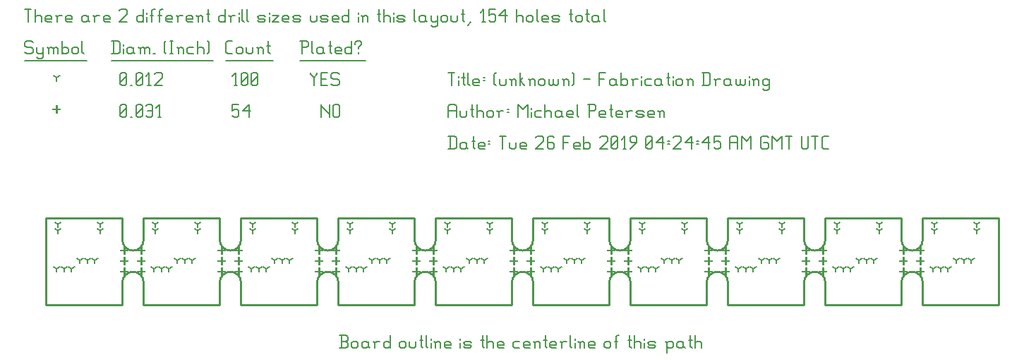
<source format=gbr>
G04 start of page 13 for group -3984 idx -3984 *
G04 Title: (unknown), fab *
G04 Creator: pcb 20140316 *
G04 CreationDate: Tue 26 Feb 2019 04:24:45 AM GMT UTC *
G04 For: railfan *
G04 Format: Gerber/RS-274X *
G04 PCB-Dimensions (mil): 4700.00 620.00 *
G04 PCB-Coordinate-Origin: lower left *
%MOIN*%
%FSLAX25Y25*%
%LNFAB*%
%ADD55C,0.0100*%
%ADD54C,0.0060*%
%ADD53R,0.0080X0.0080*%
G54D53*X55000Y38100D02*Y34900D01*
X53400Y36500D02*X56600D01*
X55000Y28100D02*Y24900D01*
X53400Y26500D02*X56600D01*
X55000Y33100D02*Y29900D01*
X53400Y31500D02*X56600D01*
X47000Y38100D02*Y34900D01*
X45400Y36500D02*X48600D01*
X47000Y33100D02*Y29900D01*
X45400Y31500D02*X48600D01*
X47000Y28100D02*Y24900D01*
X45400Y26500D02*X48600D01*
X101000Y38100D02*Y34900D01*
X99400Y36500D02*X102600D01*
X101000Y28100D02*Y24900D01*
X99400Y26500D02*X102600D01*
X101000Y33100D02*Y29900D01*
X99400Y31500D02*X102600D01*
X93000Y38100D02*Y34900D01*
X91400Y36500D02*X94600D01*
X93000Y33100D02*Y29900D01*
X91400Y31500D02*X94600D01*
X93000Y28100D02*Y24900D01*
X91400Y26500D02*X94600D01*
X147000Y38100D02*Y34900D01*
X145400Y36500D02*X148600D01*
X147000Y28100D02*Y24900D01*
X145400Y26500D02*X148600D01*
X147000Y33100D02*Y29900D01*
X145400Y31500D02*X148600D01*
X139000Y38100D02*Y34900D01*
X137400Y36500D02*X140600D01*
X139000Y33100D02*Y29900D01*
X137400Y31500D02*X140600D01*
X139000Y28100D02*Y24900D01*
X137400Y26500D02*X140600D01*
X193000Y38100D02*Y34900D01*
X191400Y36500D02*X194600D01*
X193000Y28100D02*Y24900D01*
X191400Y26500D02*X194600D01*
X193000Y33100D02*Y29900D01*
X191400Y31500D02*X194600D01*
X185000Y38100D02*Y34900D01*
X183400Y36500D02*X186600D01*
X185000Y33100D02*Y29900D01*
X183400Y31500D02*X186600D01*
X185000Y28100D02*Y24900D01*
X183400Y26500D02*X186600D01*
X239000Y38100D02*Y34900D01*
X237400Y36500D02*X240600D01*
X239000Y28100D02*Y24900D01*
X237400Y26500D02*X240600D01*
X239000Y33100D02*Y29900D01*
X237400Y31500D02*X240600D01*
X231000Y38100D02*Y34900D01*
X229400Y36500D02*X232600D01*
X231000Y33100D02*Y29900D01*
X229400Y31500D02*X232600D01*
X231000Y28100D02*Y24900D01*
X229400Y26500D02*X232600D01*
X285000Y38100D02*Y34900D01*
X283400Y36500D02*X286600D01*
X285000Y28100D02*Y24900D01*
X283400Y26500D02*X286600D01*
X285000Y33100D02*Y29900D01*
X283400Y31500D02*X286600D01*
X277000Y38100D02*Y34900D01*
X275400Y36500D02*X278600D01*
X277000Y33100D02*Y29900D01*
X275400Y31500D02*X278600D01*
X277000Y28100D02*Y24900D01*
X275400Y26500D02*X278600D01*
X331000Y38100D02*Y34900D01*
X329400Y36500D02*X332600D01*
X331000Y28100D02*Y24900D01*
X329400Y26500D02*X332600D01*
X331000Y33100D02*Y29900D01*
X329400Y31500D02*X332600D01*
X323000Y38100D02*Y34900D01*
X321400Y36500D02*X324600D01*
X323000Y33100D02*Y29900D01*
X321400Y31500D02*X324600D01*
X323000Y28100D02*Y24900D01*
X321400Y26500D02*X324600D01*
X377000Y38100D02*Y34900D01*
X375400Y36500D02*X378600D01*
X377000Y28100D02*Y24900D01*
X375400Y26500D02*X378600D01*
X377000Y33100D02*Y29900D01*
X375400Y31500D02*X378600D01*
X369000Y38100D02*Y34900D01*
X367400Y36500D02*X370600D01*
X369000Y33100D02*Y29900D01*
X367400Y31500D02*X370600D01*
X369000Y28100D02*Y24900D01*
X367400Y26500D02*X370600D01*
X423000Y38100D02*Y34900D01*
X421400Y36500D02*X424600D01*
X423000Y28100D02*Y24900D01*
X421400Y26500D02*X424600D01*
X423000Y33100D02*Y29900D01*
X421400Y31500D02*X424600D01*
X415000Y38100D02*Y34900D01*
X413400Y36500D02*X416600D01*
X415000Y33100D02*Y29900D01*
X413400Y31500D02*X416600D01*
X415000Y28100D02*Y24900D01*
X413400Y26500D02*X416600D01*
X15000Y104850D02*Y101650D01*
X13400Y103250D02*X16600D01*
G54D54*X140000Y105500D02*Y99500D01*
Y105500D02*Y104750D01*
X143750Y101000D01*
Y105500D02*Y99500D01*
X145550Y104750D02*Y100250D01*
Y104750D02*X146300Y105500D01*
X147800D01*
X148550Y104750D01*
Y100250D01*
X147800Y99500D02*X148550Y100250D01*
X146300Y99500D02*X147800D01*
X145550Y100250D02*X146300Y99500D01*
X98000Y105500D02*X101000D01*
X98000D02*Y102500D01*
X98750Y103250D01*
X100250D01*
X101000Y102500D01*
Y100250D01*
X100250Y99500D02*X101000Y100250D01*
X98750Y99500D02*X100250D01*
X98000Y100250D02*X98750Y99500D01*
X102800Y102500D02*X105800Y105500D01*
X102800Y102500D02*X106550D01*
X105800Y105500D02*Y99500D01*
X45000Y100250D02*X45750Y99500D01*
X45000Y104750D02*Y100250D01*
Y104750D02*X45750Y105500D01*
X47250D01*
X48000Y104750D01*
Y100250D01*
X47250Y99500D02*X48000Y100250D01*
X45750Y99500D02*X47250D01*
X45000Y101000D02*X48000Y104000D01*
X49800Y99500D02*X50550D01*
X52350Y100250D02*X53100Y99500D01*
X52350Y104750D02*Y100250D01*
Y104750D02*X53100Y105500D01*
X54600D01*
X55350Y104750D01*
Y100250D01*
X54600Y99500D02*X55350Y100250D01*
X53100Y99500D02*X54600D01*
X52350Y101000D02*X55350Y104000D01*
X57150Y104750D02*X57900Y105500D01*
X59400D01*
X60150Y104750D01*
Y100250D01*
X59400Y99500D02*X60150Y100250D01*
X57900Y99500D02*X59400D01*
X57150Y100250D02*X57900Y99500D01*
Y102500D02*X60150D01*
X62700Y99500D02*X64200D01*
X63450Y105500D02*Y99500D01*
X61950Y104000D02*X63450Y105500D01*
X35500Y49000D02*Y47400D01*
Y49000D02*X36887Y49800D01*
X35500Y49000D02*X34113Y49800D01*
X35500Y46000D02*Y44400D01*
Y46000D02*X36887Y46800D01*
X35500Y46000D02*X34113Y46800D01*
X15500Y49000D02*Y47400D01*
Y49000D02*X16887Y49800D01*
X15500Y49000D02*X14113Y49800D01*
X15500Y46000D02*Y44400D01*
Y46000D02*X16887Y46800D01*
X15500Y46000D02*X14113Y46800D01*
X15000Y28000D02*Y26400D01*
Y28000D02*X16387Y28800D01*
X15000Y28000D02*X13613Y28800D01*
X18500Y28000D02*Y26400D01*
Y28000D02*X19887Y28800D01*
X18500Y28000D02*X17113Y28800D01*
X22000Y28000D02*Y26400D01*
Y28000D02*X23387Y28800D01*
X22000Y28000D02*X20613Y28800D01*
X26000Y32000D02*Y30400D01*
Y32000D02*X27387Y32800D01*
X26000Y32000D02*X24613Y32800D01*
X29500Y32000D02*Y30400D01*
Y32000D02*X30887Y32800D01*
X29500Y32000D02*X28113Y32800D01*
X33000Y32000D02*Y30400D01*
Y32000D02*X34387Y32800D01*
X33000Y32000D02*X31613Y32800D01*
X81500Y49000D02*Y47400D01*
Y49000D02*X82887Y49800D01*
X81500Y49000D02*X80113Y49800D01*
X81500Y46000D02*Y44400D01*
Y46000D02*X82887Y46800D01*
X81500Y46000D02*X80113Y46800D01*
X61500Y49000D02*Y47400D01*
Y49000D02*X62887Y49800D01*
X61500Y49000D02*X60113Y49800D01*
X61500Y46000D02*Y44400D01*
Y46000D02*X62887Y46800D01*
X61500Y46000D02*X60113Y46800D01*
X61000Y28000D02*Y26400D01*
Y28000D02*X62387Y28800D01*
X61000Y28000D02*X59613Y28800D01*
X64500Y28000D02*Y26400D01*
Y28000D02*X65887Y28800D01*
X64500Y28000D02*X63113Y28800D01*
X68000Y28000D02*Y26400D01*
Y28000D02*X69387Y28800D01*
X68000Y28000D02*X66613Y28800D01*
X72000Y32000D02*Y30400D01*
Y32000D02*X73387Y32800D01*
X72000Y32000D02*X70613Y32800D01*
X75500Y32000D02*Y30400D01*
Y32000D02*X76887Y32800D01*
X75500Y32000D02*X74113Y32800D01*
X79000Y32000D02*Y30400D01*
Y32000D02*X80387Y32800D01*
X79000Y32000D02*X77613Y32800D01*
X127500Y49000D02*Y47400D01*
Y49000D02*X128887Y49800D01*
X127500Y49000D02*X126113Y49800D01*
X127500Y46000D02*Y44400D01*
Y46000D02*X128887Y46800D01*
X127500Y46000D02*X126113Y46800D01*
X107500Y49000D02*Y47400D01*
Y49000D02*X108887Y49800D01*
X107500Y49000D02*X106113Y49800D01*
X107500Y46000D02*Y44400D01*
Y46000D02*X108887Y46800D01*
X107500Y46000D02*X106113Y46800D01*
X107000Y28000D02*Y26400D01*
Y28000D02*X108387Y28800D01*
X107000Y28000D02*X105613Y28800D01*
X110500Y28000D02*Y26400D01*
Y28000D02*X111887Y28800D01*
X110500Y28000D02*X109113Y28800D01*
X114000Y28000D02*Y26400D01*
Y28000D02*X115387Y28800D01*
X114000Y28000D02*X112613Y28800D01*
X118000Y32000D02*Y30400D01*
Y32000D02*X119387Y32800D01*
X118000Y32000D02*X116613Y32800D01*
X121500Y32000D02*Y30400D01*
Y32000D02*X122887Y32800D01*
X121500Y32000D02*X120113Y32800D01*
X125000Y32000D02*Y30400D01*
Y32000D02*X126387Y32800D01*
X125000Y32000D02*X123613Y32800D01*
X173500Y49000D02*Y47400D01*
Y49000D02*X174887Y49800D01*
X173500Y49000D02*X172113Y49800D01*
X173500Y46000D02*Y44400D01*
Y46000D02*X174887Y46800D01*
X173500Y46000D02*X172113Y46800D01*
X153500Y49000D02*Y47400D01*
Y49000D02*X154887Y49800D01*
X153500Y49000D02*X152113Y49800D01*
X153500Y46000D02*Y44400D01*
Y46000D02*X154887Y46800D01*
X153500Y46000D02*X152113Y46800D01*
X153000Y28000D02*Y26400D01*
Y28000D02*X154387Y28800D01*
X153000Y28000D02*X151613Y28800D01*
X156500Y28000D02*Y26400D01*
Y28000D02*X157887Y28800D01*
X156500Y28000D02*X155113Y28800D01*
X160000Y28000D02*Y26400D01*
Y28000D02*X161387Y28800D01*
X160000Y28000D02*X158613Y28800D01*
X164000Y32000D02*Y30400D01*
Y32000D02*X165387Y32800D01*
X164000Y32000D02*X162613Y32800D01*
X167500Y32000D02*Y30400D01*
Y32000D02*X168887Y32800D01*
X167500Y32000D02*X166113Y32800D01*
X171000Y32000D02*Y30400D01*
Y32000D02*X172387Y32800D01*
X171000Y32000D02*X169613Y32800D01*
X219500Y49000D02*Y47400D01*
Y49000D02*X220887Y49800D01*
X219500Y49000D02*X218113Y49800D01*
X219500Y46000D02*Y44400D01*
Y46000D02*X220887Y46800D01*
X219500Y46000D02*X218113Y46800D01*
X199500Y49000D02*Y47400D01*
Y49000D02*X200887Y49800D01*
X199500Y49000D02*X198113Y49800D01*
X199500Y46000D02*Y44400D01*
Y46000D02*X200887Y46800D01*
X199500Y46000D02*X198113Y46800D01*
X199000Y28000D02*Y26400D01*
Y28000D02*X200387Y28800D01*
X199000Y28000D02*X197613Y28800D01*
X202500Y28000D02*Y26400D01*
Y28000D02*X203887Y28800D01*
X202500Y28000D02*X201113Y28800D01*
X206000Y28000D02*Y26400D01*
Y28000D02*X207387Y28800D01*
X206000Y28000D02*X204613Y28800D01*
X210000Y32000D02*Y30400D01*
Y32000D02*X211387Y32800D01*
X210000Y32000D02*X208613Y32800D01*
X213500Y32000D02*Y30400D01*
Y32000D02*X214887Y32800D01*
X213500Y32000D02*X212113Y32800D01*
X217000Y32000D02*Y30400D01*
Y32000D02*X218387Y32800D01*
X217000Y32000D02*X215613Y32800D01*
X265500Y49000D02*Y47400D01*
Y49000D02*X266887Y49800D01*
X265500Y49000D02*X264113Y49800D01*
X265500Y46000D02*Y44400D01*
Y46000D02*X266887Y46800D01*
X265500Y46000D02*X264113Y46800D01*
X245500Y49000D02*Y47400D01*
Y49000D02*X246887Y49800D01*
X245500Y49000D02*X244113Y49800D01*
X245500Y46000D02*Y44400D01*
Y46000D02*X246887Y46800D01*
X245500Y46000D02*X244113Y46800D01*
X245000Y28000D02*Y26400D01*
Y28000D02*X246387Y28800D01*
X245000Y28000D02*X243613Y28800D01*
X248500Y28000D02*Y26400D01*
Y28000D02*X249887Y28800D01*
X248500Y28000D02*X247113Y28800D01*
X252000Y28000D02*Y26400D01*
Y28000D02*X253387Y28800D01*
X252000Y28000D02*X250613Y28800D01*
X256000Y32000D02*Y30400D01*
Y32000D02*X257387Y32800D01*
X256000Y32000D02*X254613Y32800D01*
X259500Y32000D02*Y30400D01*
Y32000D02*X260887Y32800D01*
X259500Y32000D02*X258113Y32800D01*
X263000Y32000D02*Y30400D01*
Y32000D02*X264387Y32800D01*
X263000Y32000D02*X261613Y32800D01*
X311500Y49000D02*Y47400D01*
Y49000D02*X312887Y49800D01*
X311500Y49000D02*X310113Y49800D01*
X311500Y46000D02*Y44400D01*
Y46000D02*X312887Y46800D01*
X311500Y46000D02*X310113Y46800D01*
X291500Y49000D02*Y47400D01*
Y49000D02*X292887Y49800D01*
X291500Y49000D02*X290113Y49800D01*
X291500Y46000D02*Y44400D01*
Y46000D02*X292887Y46800D01*
X291500Y46000D02*X290113Y46800D01*
X291000Y28000D02*Y26400D01*
Y28000D02*X292387Y28800D01*
X291000Y28000D02*X289613Y28800D01*
X294500Y28000D02*Y26400D01*
Y28000D02*X295887Y28800D01*
X294500Y28000D02*X293113Y28800D01*
X298000Y28000D02*Y26400D01*
Y28000D02*X299387Y28800D01*
X298000Y28000D02*X296613Y28800D01*
X302000Y32000D02*Y30400D01*
Y32000D02*X303387Y32800D01*
X302000Y32000D02*X300613Y32800D01*
X305500Y32000D02*Y30400D01*
Y32000D02*X306887Y32800D01*
X305500Y32000D02*X304113Y32800D01*
X309000Y32000D02*Y30400D01*
Y32000D02*X310387Y32800D01*
X309000Y32000D02*X307613Y32800D01*
X357500Y49000D02*Y47400D01*
Y49000D02*X358887Y49800D01*
X357500Y49000D02*X356113Y49800D01*
X357500Y46000D02*Y44400D01*
Y46000D02*X358887Y46800D01*
X357500Y46000D02*X356113Y46800D01*
X337500Y49000D02*Y47400D01*
Y49000D02*X338887Y49800D01*
X337500Y49000D02*X336113Y49800D01*
X337500Y46000D02*Y44400D01*
Y46000D02*X338887Y46800D01*
X337500Y46000D02*X336113Y46800D01*
X337000Y28000D02*Y26400D01*
Y28000D02*X338387Y28800D01*
X337000Y28000D02*X335613Y28800D01*
X340500Y28000D02*Y26400D01*
Y28000D02*X341887Y28800D01*
X340500Y28000D02*X339113Y28800D01*
X344000Y28000D02*Y26400D01*
Y28000D02*X345387Y28800D01*
X344000Y28000D02*X342613Y28800D01*
X348000Y32000D02*Y30400D01*
Y32000D02*X349387Y32800D01*
X348000Y32000D02*X346613Y32800D01*
X351500Y32000D02*Y30400D01*
Y32000D02*X352887Y32800D01*
X351500Y32000D02*X350113Y32800D01*
X355000Y32000D02*Y30400D01*
Y32000D02*X356387Y32800D01*
X355000Y32000D02*X353613Y32800D01*
X403500Y49000D02*Y47400D01*
Y49000D02*X404887Y49800D01*
X403500Y49000D02*X402113Y49800D01*
X403500Y46000D02*Y44400D01*
Y46000D02*X404887Y46800D01*
X403500Y46000D02*X402113Y46800D01*
X383500Y49000D02*Y47400D01*
Y49000D02*X384887Y49800D01*
X383500Y49000D02*X382113Y49800D01*
X383500Y46000D02*Y44400D01*
Y46000D02*X384887Y46800D01*
X383500Y46000D02*X382113Y46800D01*
X383000Y28000D02*Y26400D01*
Y28000D02*X384387Y28800D01*
X383000Y28000D02*X381613Y28800D01*
X386500Y28000D02*Y26400D01*
Y28000D02*X387887Y28800D01*
X386500Y28000D02*X385113Y28800D01*
X390000Y28000D02*Y26400D01*
Y28000D02*X391387Y28800D01*
X390000Y28000D02*X388613Y28800D01*
X394000Y32000D02*Y30400D01*
Y32000D02*X395387Y32800D01*
X394000Y32000D02*X392613Y32800D01*
X397500Y32000D02*Y30400D01*
Y32000D02*X398887Y32800D01*
X397500Y32000D02*X396113Y32800D01*
X401000Y32000D02*Y30400D01*
Y32000D02*X402387Y32800D01*
X401000Y32000D02*X399613Y32800D01*
X449500Y49000D02*Y47400D01*
Y49000D02*X450887Y49800D01*
X449500Y49000D02*X448113Y49800D01*
X449500Y46000D02*Y44400D01*
Y46000D02*X450887Y46800D01*
X449500Y46000D02*X448113Y46800D01*
X429500Y49000D02*Y47400D01*
Y49000D02*X430887Y49800D01*
X429500Y49000D02*X428113Y49800D01*
X429500Y46000D02*Y44400D01*
Y46000D02*X430887Y46800D01*
X429500Y46000D02*X428113Y46800D01*
X429000Y28000D02*Y26400D01*
Y28000D02*X430387Y28800D01*
X429000Y28000D02*X427613Y28800D01*
X432500Y28000D02*Y26400D01*
Y28000D02*X433887Y28800D01*
X432500Y28000D02*X431113Y28800D01*
X436000Y28000D02*Y26400D01*
Y28000D02*X437387Y28800D01*
X436000Y28000D02*X434613Y28800D01*
X440000Y32000D02*Y30400D01*
Y32000D02*X441387Y32800D01*
X440000Y32000D02*X438613Y32800D01*
X443500Y32000D02*Y30400D01*
Y32000D02*X444887Y32800D01*
X443500Y32000D02*X442113Y32800D01*
X447000Y32000D02*Y30400D01*
Y32000D02*X448387Y32800D01*
X447000Y32000D02*X445613Y32800D01*
X15000Y118250D02*Y116650D01*
Y118250D02*X16387Y119050D01*
X15000Y118250D02*X13613Y119050D01*
X135000Y120500D02*Y119750D01*
X136500Y118250D01*
X138000Y119750D01*
Y120500D02*Y119750D01*
X136500Y118250D02*Y114500D01*
X139800Y117500D02*X142050D01*
X139800Y114500D02*X142800D01*
X139800Y120500D02*Y114500D01*
Y120500D02*X142800D01*
X147600D02*X148350Y119750D01*
X145350Y120500D02*X147600D01*
X144600Y119750D02*X145350Y120500D01*
X144600Y119750D02*Y118250D01*
X145350Y117500D01*
X147600D01*
X148350Y116750D01*
Y115250D01*
X147600Y114500D02*X148350Y115250D01*
X145350Y114500D02*X147600D01*
X144600Y115250D02*X145350Y114500D01*
X98750D02*X100250D01*
X99500Y120500D02*Y114500D01*
X98000Y119000D02*X99500Y120500D01*
X102050Y115250D02*X102800Y114500D01*
X102050Y119750D02*Y115250D01*
Y119750D02*X102800Y120500D01*
X104300D01*
X105050Y119750D01*
Y115250D01*
X104300Y114500D02*X105050Y115250D01*
X102800Y114500D02*X104300D01*
X102050Y116000D02*X105050Y119000D01*
X106850Y115250D02*X107600Y114500D01*
X106850Y119750D02*Y115250D01*
Y119750D02*X107600Y120500D01*
X109100D01*
X109850Y119750D01*
Y115250D01*
X109100Y114500D02*X109850Y115250D01*
X107600Y114500D02*X109100D01*
X106850Y116000D02*X109850Y119000D01*
X45000Y115250D02*X45750Y114500D01*
X45000Y119750D02*Y115250D01*
Y119750D02*X45750Y120500D01*
X47250D01*
X48000Y119750D01*
Y115250D01*
X47250Y114500D02*X48000Y115250D01*
X45750Y114500D02*X47250D01*
X45000Y116000D02*X48000Y119000D01*
X49800Y114500D02*X50550D01*
X52350Y115250D02*X53100Y114500D01*
X52350Y119750D02*Y115250D01*
Y119750D02*X53100Y120500D01*
X54600D01*
X55350Y119750D01*
Y115250D01*
X54600Y114500D02*X55350Y115250D01*
X53100Y114500D02*X54600D01*
X52350Y116000D02*X55350Y119000D01*
X57900Y114500D02*X59400D01*
X58650Y120500D02*Y114500D01*
X57150Y119000D02*X58650Y120500D01*
X61200Y119750D02*X61950Y120500D01*
X64200D01*
X64950Y119750D01*
Y118250D01*
X61200Y114500D02*X64950Y118250D01*
X61200Y114500D02*X64950D01*
X3000Y135500D02*X3750Y134750D01*
X750Y135500D02*X3000D01*
X0Y134750D02*X750Y135500D01*
X0Y134750D02*Y133250D01*
X750Y132500D01*
X3000D01*
X3750Y131750D01*
Y130250D01*
X3000Y129500D02*X3750Y130250D01*
X750Y129500D02*X3000D01*
X0Y130250D02*X750Y129500D01*
X5550Y132500D02*Y130250D01*
X6300Y129500D01*
X8550Y132500D02*Y128000D01*
X7800Y127250D02*X8550Y128000D01*
X6300Y127250D02*X7800D01*
X5550Y128000D02*X6300Y127250D01*
Y129500D02*X7800D01*
X8550Y130250D01*
X11100Y131750D02*Y129500D01*
Y131750D02*X11850Y132500D01*
X12600D01*
X13350Y131750D01*
Y129500D01*
Y131750D02*X14100Y132500D01*
X14850D01*
X15600Y131750D01*
Y129500D01*
X10350Y132500D02*X11100Y131750D01*
X17400Y135500D02*Y129500D01*
Y130250D02*X18150Y129500D01*
X19650D01*
X20400Y130250D01*
Y131750D02*Y130250D01*
X19650Y132500D02*X20400Y131750D01*
X18150Y132500D02*X19650D01*
X17400Y131750D02*X18150Y132500D01*
X22200Y131750D02*Y130250D01*
Y131750D02*X22950Y132500D01*
X24450D01*
X25200Y131750D01*
Y130250D01*
X24450Y129500D02*X25200Y130250D01*
X22950Y129500D02*X24450D01*
X22200Y130250D02*X22950Y129500D01*
X27000Y135500D02*Y130250D01*
X27750Y129500D01*
X0Y126250D02*X29250D01*
X41750Y135500D02*Y129500D01*
X44000Y135500D02*X44750Y134750D01*
Y130250D01*
X44000Y129500D02*X44750Y130250D01*
X41000Y129500D02*X44000D01*
X41000Y135500D02*X44000D01*
X46550Y134000D02*Y133250D01*
Y131750D02*Y129500D01*
X50300Y132500D02*X51050Y131750D01*
X48800Y132500D02*X50300D01*
X48050Y131750D02*X48800Y132500D01*
X48050Y131750D02*Y130250D01*
X48800Y129500D01*
X51050Y132500D02*Y130250D01*
X51800Y129500D01*
X48800D02*X50300D01*
X51050Y130250D01*
X54350Y131750D02*Y129500D01*
Y131750D02*X55100Y132500D01*
X55850D01*
X56600Y131750D01*
Y129500D01*
Y131750D02*X57350Y132500D01*
X58100D01*
X58850Y131750D01*
Y129500D01*
X53600Y132500D02*X54350Y131750D01*
X60650Y129500D02*X61400D01*
X65900Y130250D02*X66650Y129500D01*
X65900Y134750D02*X66650Y135500D01*
X65900Y134750D02*Y130250D01*
X68450Y135500D02*X69950D01*
X69200D02*Y129500D01*
X68450D02*X69950D01*
X72500Y131750D02*Y129500D01*
Y131750D02*X73250Y132500D01*
X74000D01*
X74750Y131750D01*
Y129500D01*
X71750Y132500D02*X72500Y131750D01*
X77300Y132500D02*X79550D01*
X76550Y131750D02*X77300Y132500D01*
X76550Y131750D02*Y130250D01*
X77300Y129500D01*
X79550D01*
X81350Y135500D02*Y129500D01*
Y131750D02*X82100Y132500D01*
X83600D01*
X84350Y131750D01*
Y129500D01*
X86150Y135500D02*X86900Y134750D01*
Y130250D01*
X86150Y129500D02*X86900Y130250D01*
X41000Y126250D02*X88700D01*
X95750Y129500D02*X98000D01*
X95000Y130250D02*X95750Y129500D01*
X95000Y134750D02*Y130250D01*
Y134750D02*X95750Y135500D01*
X98000D01*
X99800Y131750D02*Y130250D01*
Y131750D02*X100550Y132500D01*
X102050D01*
X102800Y131750D01*
Y130250D01*
X102050Y129500D02*X102800Y130250D01*
X100550Y129500D02*X102050D01*
X99800Y130250D02*X100550Y129500D01*
X104600Y132500D02*Y130250D01*
X105350Y129500D01*
X106850D01*
X107600Y130250D01*
Y132500D02*Y130250D01*
X110150Y131750D02*Y129500D01*
Y131750D02*X110900Y132500D01*
X111650D01*
X112400Y131750D01*
Y129500D01*
X109400Y132500D02*X110150Y131750D01*
X114950Y135500D02*Y130250D01*
X115700Y129500D01*
X114200Y133250D02*X115700D01*
X95000Y126250D02*X117200D01*
X130750Y135500D02*Y129500D01*
X130000Y135500D02*X133000D01*
X133750Y134750D01*
Y133250D01*
X133000Y132500D02*X133750Y133250D01*
X130750Y132500D02*X133000D01*
X135550Y135500D02*Y130250D01*
X136300Y129500D01*
X140050Y132500D02*X140800Y131750D01*
X138550Y132500D02*X140050D01*
X137800Y131750D02*X138550Y132500D01*
X137800Y131750D02*Y130250D01*
X138550Y129500D01*
X140800Y132500D02*Y130250D01*
X141550Y129500D01*
X138550D02*X140050D01*
X140800Y130250D01*
X144100Y135500D02*Y130250D01*
X144850Y129500D01*
X143350Y133250D02*X144850D01*
X147100Y129500D02*X149350D01*
X146350Y130250D02*X147100Y129500D01*
X146350Y131750D02*Y130250D01*
Y131750D02*X147100Y132500D01*
X148600D01*
X149350Y131750D01*
X146350Y131000D02*X149350D01*
Y131750D02*Y131000D01*
X154150Y135500D02*Y129500D01*
X153400D02*X154150Y130250D01*
X151900Y129500D02*X153400D01*
X151150Y130250D02*X151900Y129500D01*
X151150Y131750D02*Y130250D01*
Y131750D02*X151900Y132500D01*
X153400D01*
X154150Y131750D01*
X157450Y132500D02*Y131750D01*
Y130250D02*Y129500D01*
X155950Y134750D02*Y134000D01*
Y134750D02*X156700Y135500D01*
X158200D01*
X158950Y134750D01*
Y134000D01*
X157450Y132500D02*X158950Y134000D01*
X130000Y126250D02*X160750D01*
X0Y150500D02*X3000D01*
X1500D02*Y144500D01*
X4800Y150500D02*Y144500D01*
Y146750D02*X5550Y147500D01*
X7050D01*
X7800Y146750D01*
Y144500D01*
X10350D02*X12600D01*
X9600Y145250D02*X10350Y144500D01*
X9600Y146750D02*Y145250D01*
Y146750D02*X10350Y147500D01*
X11850D01*
X12600Y146750D01*
X9600Y146000D02*X12600D01*
Y146750D02*Y146000D01*
X15150Y146750D02*Y144500D01*
Y146750D02*X15900Y147500D01*
X17400D01*
X14400D02*X15150Y146750D01*
X19950Y144500D02*X22200D01*
X19200Y145250D02*X19950Y144500D01*
X19200Y146750D02*Y145250D01*
Y146750D02*X19950Y147500D01*
X21450D01*
X22200Y146750D01*
X19200Y146000D02*X22200D01*
Y146750D02*Y146000D01*
X28950Y147500D02*X29700Y146750D01*
X27450Y147500D02*X28950D01*
X26700Y146750D02*X27450Y147500D01*
X26700Y146750D02*Y145250D01*
X27450Y144500D01*
X29700Y147500D02*Y145250D01*
X30450Y144500D01*
X27450D02*X28950D01*
X29700Y145250D01*
X33000Y146750D02*Y144500D01*
Y146750D02*X33750Y147500D01*
X35250D01*
X32250D02*X33000Y146750D01*
X37800Y144500D02*X40050D01*
X37050Y145250D02*X37800Y144500D01*
X37050Y146750D02*Y145250D01*
Y146750D02*X37800Y147500D01*
X39300D01*
X40050Y146750D01*
X37050Y146000D02*X40050D01*
Y146750D02*Y146000D01*
X44550Y149750D02*X45300Y150500D01*
X47550D01*
X48300Y149750D01*
Y148250D01*
X44550Y144500D02*X48300Y148250D01*
X44550Y144500D02*X48300D01*
X55800Y150500D02*Y144500D01*
X55050D02*X55800Y145250D01*
X53550Y144500D02*X55050D01*
X52800Y145250D02*X53550Y144500D01*
X52800Y146750D02*Y145250D01*
Y146750D02*X53550Y147500D01*
X55050D01*
X55800Y146750D01*
X57600Y149000D02*Y148250D01*
Y146750D02*Y144500D01*
X59850Y149750D02*Y144500D01*
Y149750D02*X60600Y150500D01*
X61350D01*
X59100Y147500D02*X60600D01*
X63600Y149750D02*Y144500D01*
Y149750D02*X64350Y150500D01*
X65100D01*
X62850Y147500D02*X64350D01*
X67350Y144500D02*X69600D01*
X66600Y145250D02*X67350Y144500D01*
X66600Y146750D02*Y145250D01*
Y146750D02*X67350Y147500D01*
X68850D01*
X69600Y146750D01*
X66600Y146000D02*X69600D01*
Y146750D02*Y146000D01*
X72150Y146750D02*Y144500D01*
Y146750D02*X72900Y147500D01*
X74400D01*
X71400D02*X72150Y146750D01*
X76950Y144500D02*X79200D01*
X76200Y145250D02*X76950Y144500D01*
X76200Y146750D02*Y145250D01*
Y146750D02*X76950Y147500D01*
X78450D01*
X79200Y146750D01*
X76200Y146000D02*X79200D01*
Y146750D02*Y146000D01*
X81750Y146750D02*Y144500D01*
Y146750D02*X82500Y147500D01*
X83250D01*
X84000Y146750D01*
Y144500D01*
X81000Y147500D02*X81750Y146750D01*
X86550Y150500D02*Y145250D01*
X87300Y144500D01*
X85800Y148250D02*X87300D01*
X94500Y150500D02*Y144500D01*
X93750D02*X94500Y145250D01*
X92250Y144500D02*X93750D01*
X91500Y145250D02*X92250Y144500D01*
X91500Y146750D02*Y145250D01*
Y146750D02*X92250Y147500D01*
X93750D01*
X94500Y146750D01*
X97050D02*Y144500D01*
Y146750D02*X97800Y147500D01*
X99300D01*
X96300D02*X97050Y146750D01*
X101100Y149000D02*Y148250D01*
Y146750D02*Y144500D01*
X102600Y150500D02*Y145250D01*
X103350Y144500D01*
X104850Y150500D02*Y145250D01*
X105600Y144500D01*
X110550D02*X112800D01*
X113550Y145250D01*
X112800Y146000D02*X113550Y145250D01*
X110550Y146000D02*X112800D01*
X109800Y146750D02*X110550Y146000D01*
X109800Y146750D02*X110550Y147500D01*
X112800D01*
X113550Y146750D01*
X109800Y145250D02*X110550Y144500D01*
X115350Y149000D02*Y148250D01*
Y146750D02*Y144500D01*
X116850Y147500D02*X119850D01*
X116850Y144500D02*X119850Y147500D01*
X116850Y144500D02*X119850D01*
X122400D02*X124650D01*
X121650Y145250D02*X122400Y144500D01*
X121650Y146750D02*Y145250D01*
Y146750D02*X122400Y147500D01*
X123900D01*
X124650Y146750D01*
X121650Y146000D02*X124650D01*
Y146750D02*Y146000D01*
X127200Y144500D02*X129450D01*
X130200Y145250D01*
X129450Y146000D02*X130200Y145250D01*
X127200Y146000D02*X129450D01*
X126450Y146750D02*X127200Y146000D01*
X126450Y146750D02*X127200Y147500D01*
X129450D01*
X130200Y146750D01*
X126450Y145250D02*X127200Y144500D01*
X134700Y147500D02*Y145250D01*
X135450Y144500D01*
X136950D01*
X137700Y145250D01*
Y147500D02*Y145250D01*
X140250Y144500D02*X142500D01*
X143250Y145250D01*
X142500Y146000D02*X143250Y145250D01*
X140250Y146000D02*X142500D01*
X139500Y146750D02*X140250Y146000D01*
X139500Y146750D02*X140250Y147500D01*
X142500D01*
X143250Y146750D01*
X139500Y145250D02*X140250Y144500D01*
X145800D02*X148050D01*
X145050Y145250D02*X145800Y144500D01*
X145050Y146750D02*Y145250D01*
Y146750D02*X145800Y147500D01*
X147300D01*
X148050Y146750D01*
X145050Y146000D02*X148050D01*
Y146750D02*Y146000D01*
X152850Y150500D02*Y144500D01*
X152100D02*X152850Y145250D01*
X150600Y144500D02*X152100D01*
X149850Y145250D02*X150600Y144500D01*
X149850Y146750D02*Y145250D01*
Y146750D02*X150600Y147500D01*
X152100D01*
X152850Y146750D01*
X157350Y149000D02*Y148250D01*
Y146750D02*Y144500D01*
X159600Y146750D02*Y144500D01*
Y146750D02*X160350Y147500D01*
X161100D01*
X161850Y146750D01*
Y144500D01*
X158850Y147500D02*X159600Y146750D01*
X167100Y150500D02*Y145250D01*
X167850Y144500D01*
X166350Y148250D02*X167850D01*
X169350Y150500D02*Y144500D01*
Y146750D02*X170100Y147500D01*
X171600D01*
X172350Y146750D01*
Y144500D01*
X174150Y149000D02*Y148250D01*
Y146750D02*Y144500D01*
X176400D02*X178650D01*
X179400Y145250D01*
X178650Y146000D02*X179400Y145250D01*
X176400Y146000D02*X178650D01*
X175650Y146750D02*X176400Y146000D01*
X175650Y146750D02*X176400Y147500D01*
X178650D01*
X179400Y146750D01*
X175650Y145250D02*X176400Y144500D01*
X183900Y150500D02*Y145250D01*
X184650Y144500D01*
X188400Y147500D02*X189150Y146750D01*
X186900Y147500D02*X188400D01*
X186150Y146750D02*X186900Y147500D01*
X186150Y146750D02*Y145250D01*
X186900Y144500D01*
X189150Y147500D02*Y145250D01*
X189900Y144500D01*
X186900D02*X188400D01*
X189150Y145250D01*
X191700Y147500D02*Y145250D01*
X192450Y144500D01*
X194700Y147500D02*Y143000D01*
X193950Y142250D02*X194700Y143000D01*
X192450Y142250D02*X193950D01*
X191700Y143000D02*X192450Y142250D01*
Y144500D02*X193950D01*
X194700Y145250D01*
X196500Y146750D02*Y145250D01*
Y146750D02*X197250Y147500D01*
X198750D01*
X199500Y146750D01*
Y145250D01*
X198750Y144500D02*X199500Y145250D01*
X197250Y144500D02*X198750D01*
X196500Y145250D02*X197250Y144500D01*
X201300Y147500D02*Y145250D01*
X202050Y144500D01*
X203550D01*
X204300Y145250D01*
Y147500D02*Y145250D01*
X206850Y150500D02*Y145250D01*
X207600Y144500D01*
X206100Y148250D02*X207600D01*
X209100Y143000D02*X210600Y144500D01*
X215850D02*X217350D01*
X216600Y150500D02*Y144500D01*
X215100Y149000D02*X216600Y150500D01*
X219150D02*X222150D01*
X219150D02*Y147500D01*
X219900Y148250D01*
X221400D01*
X222150Y147500D01*
Y145250D01*
X221400Y144500D02*X222150Y145250D01*
X219900Y144500D02*X221400D01*
X219150Y145250D02*X219900Y144500D01*
X223950Y147500D02*X226950Y150500D01*
X223950Y147500D02*X227700D01*
X226950Y150500D02*Y144500D01*
X232200Y150500D02*Y144500D01*
Y146750D02*X232950Y147500D01*
X234450D01*
X235200Y146750D01*
Y144500D01*
X237000Y146750D02*Y145250D01*
Y146750D02*X237750Y147500D01*
X239250D01*
X240000Y146750D01*
Y145250D01*
X239250Y144500D02*X240000Y145250D01*
X237750Y144500D02*X239250D01*
X237000Y145250D02*X237750Y144500D01*
X241800Y150500D02*Y145250D01*
X242550Y144500D01*
X244800D02*X247050D01*
X244050Y145250D02*X244800Y144500D01*
X244050Y146750D02*Y145250D01*
Y146750D02*X244800Y147500D01*
X246300D01*
X247050Y146750D01*
X244050Y146000D02*X247050D01*
Y146750D02*Y146000D01*
X249600Y144500D02*X251850D01*
X252600Y145250D01*
X251850Y146000D02*X252600Y145250D01*
X249600Y146000D02*X251850D01*
X248850Y146750D02*X249600Y146000D01*
X248850Y146750D02*X249600Y147500D01*
X251850D01*
X252600Y146750D01*
X248850Y145250D02*X249600Y144500D01*
X257850Y150500D02*Y145250D01*
X258600Y144500D01*
X257100Y148250D02*X258600D01*
X260100Y146750D02*Y145250D01*
Y146750D02*X260850Y147500D01*
X262350D01*
X263100Y146750D01*
Y145250D01*
X262350Y144500D02*X263100Y145250D01*
X260850Y144500D02*X262350D01*
X260100Y145250D02*X260850Y144500D01*
X265650Y150500D02*Y145250D01*
X266400Y144500D01*
X264900Y148250D02*X266400D01*
X270150Y147500D02*X270900Y146750D01*
X268650Y147500D02*X270150D01*
X267900Y146750D02*X268650Y147500D01*
X267900Y146750D02*Y145250D01*
X268650Y144500D01*
X270900Y147500D02*Y145250D01*
X271650Y144500D01*
X268650D02*X270150D01*
X270900Y145250D01*
X273450Y150500D02*Y145250D01*
X274200Y144500D01*
G54D55*X10000Y52000D02*X46000D01*
Y11000D02*X10000D01*
Y52000D01*
X56000D02*X92000D01*
Y11000D02*X56000D01*
X46000D02*Y21500D01*
X56000D02*Y11000D01*
Y52000D02*Y41500D01*
X46000Y52000D02*Y41500D01*
X102000Y52000D02*X138000D01*
Y11000D02*X102000D01*
X92000D02*Y21500D01*
X102000D02*Y11000D01*
Y52000D02*Y41500D01*
X92000Y52000D02*Y41500D01*
X148000Y52000D02*X184000D01*
Y11000D02*X148000D01*
X138000D02*Y21500D01*
X148000D02*Y11000D01*
Y52000D02*Y41500D01*
X138000Y52000D02*Y41500D01*
X194000Y52000D02*X230000D01*
Y11000D02*X194000D01*
X184000D02*Y21500D01*
X194000D02*Y11000D01*
Y52000D02*Y41500D01*
X184000Y52000D02*Y41500D01*
X240000Y52000D02*X276000D01*
Y11000D02*X240000D01*
X230000D02*Y21500D01*
X240000D02*Y11000D01*
Y52000D02*Y41500D01*
X230000Y52000D02*Y41500D01*
X286000Y52000D02*X322000D01*
Y11000D02*X286000D01*
X276000D02*Y21500D01*
X286000D02*Y11000D01*
Y52000D02*Y41500D01*
X276000Y52000D02*Y41500D01*
X332000Y52000D02*X368000D01*
Y11000D02*X332000D01*
X322000D02*Y21500D01*
X332000D02*Y11000D01*
Y52000D02*Y41500D01*
X322000Y52000D02*Y41500D01*
X378000Y52000D02*X414000D01*
Y11000D02*X378000D01*
X368000D02*Y21500D01*
X378000D02*Y11000D01*
Y52000D02*Y41500D01*
X368000Y52000D02*Y41500D01*
X424000Y52000D02*X460000D01*
Y11000D02*X424000D01*
X414000D02*Y21500D01*
X424000D02*Y11000D01*
Y52000D02*Y41500D01*
X414000Y52000D02*Y41500D01*
X460000Y52000D02*Y11000D01*
X51000Y26500D02*G75*G03X46000Y21500I0J-5000D01*G01*
X51000Y26500D02*G75*G02X56000Y21500I0J-5000D01*G01*
X51000Y36500D02*G75*G02X46000Y41500I0J5000D01*G01*
X51000Y36500D02*G75*G03X56000Y41500I0J5000D01*G01*
X97000Y26500D02*G75*G03X92000Y21500I0J-5000D01*G01*
X97000Y26500D02*G75*G02X102000Y21500I0J-5000D01*G01*
X97000Y36500D02*G75*G02X92000Y41500I0J5000D01*G01*
X97000Y36500D02*G75*G03X102000Y41500I0J5000D01*G01*
X143000Y26500D02*G75*G03X138000Y21500I0J-5000D01*G01*
X143000Y26500D02*G75*G02X148000Y21500I0J-5000D01*G01*
X143000Y36500D02*G75*G02X138000Y41500I0J5000D01*G01*
X143000Y36500D02*G75*G03X148000Y41500I0J5000D01*G01*
X189000Y26500D02*G75*G03X184000Y21500I0J-5000D01*G01*
X189000Y26500D02*G75*G02X194000Y21500I0J-5000D01*G01*
X189000Y36500D02*G75*G02X184000Y41500I0J5000D01*G01*
X189000Y36500D02*G75*G03X194000Y41500I0J5000D01*G01*
X235000Y26500D02*G75*G03X230000Y21500I0J-5000D01*G01*
X235000Y26500D02*G75*G02X240000Y21500I0J-5000D01*G01*
X235000Y36500D02*G75*G02X230000Y41500I0J5000D01*G01*
X235000Y36500D02*G75*G03X240000Y41500I0J5000D01*G01*
X281000Y26500D02*G75*G03X276000Y21500I0J-5000D01*G01*
X281000Y26500D02*G75*G02X286000Y21500I0J-5000D01*G01*
X281000Y36500D02*G75*G02X276000Y41500I0J5000D01*G01*
X281000Y36500D02*G75*G03X286000Y41500I0J5000D01*G01*
X327000Y26500D02*G75*G03X322000Y21500I0J-5000D01*G01*
X327000Y26500D02*G75*G02X332000Y21500I0J-5000D01*G01*
X327000Y36500D02*G75*G02X322000Y41500I0J5000D01*G01*
X327000Y36500D02*G75*G03X332000Y41500I0J5000D01*G01*
X373000Y26500D02*G75*G03X368000Y21500I0J-5000D01*G01*
X373000Y26500D02*G75*G02X378000Y21500I0J-5000D01*G01*
X373000Y36500D02*G75*G02X368000Y41500I0J5000D01*G01*
X373000Y36500D02*G75*G03X378000Y41500I0J5000D01*G01*
X419000Y26500D02*G75*G03X414000Y21500I0J-5000D01*G01*
X419000Y26500D02*G75*G02X424000Y21500I0J-5000D01*G01*
X419000Y36500D02*G75*G02X414000Y41500I0J5000D01*G01*
X419000Y36500D02*G75*G03X424000Y41500I0J5000D01*G01*
G54D54*X148675Y-9500D02*X151675D01*
X152425Y-8750D01*
Y-7250D02*Y-8750D01*
X151675Y-6500D02*X152425Y-7250D01*
X149425Y-6500D02*X151675D01*
X149425Y-3500D02*Y-9500D01*
X148675Y-3500D02*X151675D01*
X152425Y-4250D01*
Y-5750D01*
X151675Y-6500D02*X152425Y-5750D01*
X154225Y-7250D02*Y-8750D01*
Y-7250D02*X154975Y-6500D01*
X156475D01*
X157225Y-7250D01*
Y-8750D01*
X156475Y-9500D02*X157225Y-8750D01*
X154975Y-9500D02*X156475D01*
X154225Y-8750D02*X154975Y-9500D01*
X161275Y-6500D02*X162025Y-7250D01*
X159775Y-6500D02*X161275D01*
X159025Y-7250D02*X159775Y-6500D01*
X159025Y-7250D02*Y-8750D01*
X159775Y-9500D01*
X162025Y-6500D02*Y-8750D01*
X162775Y-9500D01*
X159775D02*X161275D01*
X162025Y-8750D01*
X165325Y-7250D02*Y-9500D01*
Y-7250D02*X166075Y-6500D01*
X167575D01*
X164575D02*X165325Y-7250D01*
X172375Y-3500D02*Y-9500D01*
X171625D02*X172375Y-8750D01*
X170125Y-9500D02*X171625D01*
X169375Y-8750D02*X170125Y-9500D01*
X169375Y-7250D02*Y-8750D01*
Y-7250D02*X170125Y-6500D01*
X171625D01*
X172375Y-7250D01*
X176875D02*Y-8750D01*
Y-7250D02*X177625Y-6500D01*
X179125D01*
X179875Y-7250D01*
Y-8750D01*
X179125Y-9500D02*X179875Y-8750D01*
X177625Y-9500D02*X179125D01*
X176875Y-8750D02*X177625Y-9500D01*
X181675Y-6500D02*Y-8750D01*
X182425Y-9500D01*
X183925D01*
X184675Y-8750D01*
Y-6500D02*Y-8750D01*
X187225Y-3500D02*Y-8750D01*
X187975Y-9500D01*
X186475Y-5750D02*X187975D01*
X189475Y-3500D02*Y-8750D01*
X190225Y-9500D01*
X191725Y-5000D02*Y-5750D01*
Y-7250D02*Y-9500D01*
X193975Y-7250D02*Y-9500D01*
Y-7250D02*X194725Y-6500D01*
X195475D01*
X196225Y-7250D01*
Y-9500D01*
X193225Y-6500D02*X193975Y-7250D01*
X198775Y-9500D02*X201025D01*
X198025Y-8750D02*X198775Y-9500D01*
X198025Y-7250D02*Y-8750D01*
Y-7250D02*X198775Y-6500D01*
X200275D01*
X201025Y-7250D01*
X198025Y-8000D02*X201025D01*
Y-7250D02*Y-8000D01*
X205525Y-5000D02*Y-5750D01*
Y-7250D02*Y-9500D01*
X207775D02*X210025D01*
X210775Y-8750D01*
X210025Y-8000D02*X210775Y-8750D01*
X207775Y-8000D02*X210025D01*
X207025Y-7250D02*X207775Y-8000D01*
X207025Y-7250D02*X207775Y-6500D01*
X210025D01*
X210775Y-7250D01*
X207025Y-8750D02*X207775Y-9500D01*
X216025Y-3500D02*Y-8750D01*
X216775Y-9500D01*
X215275Y-5750D02*X216775D01*
X218275Y-3500D02*Y-9500D01*
Y-7250D02*X219025Y-6500D01*
X220525D01*
X221275Y-7250D01*
Y-9500D01*
X223825D02*X226075D01*
X223075Y-8750D02*X223825Y-9500D01*
X223075Y-7250D02*Y-8750D01*
Y-7250D02*X223825Y-6500D01*
X225325D01*
X226075Y-7250D01*
X223075Y-8000D02*X226075D01*
Y-7250D02*Y-8000D01*
X231325Y-6500D02*X233575D01*
X230575Y-7250D02*X231325Y-6500D01*
X230575Y-7250D02*Y-8750D01*
X231325Y-9500D01*
X233575D01*
X236125D02*X238375D01*
X235375Y-8750D02*X236125Y-9500D01*
X235375Y-7250D02*Y-8750D01*
Y-7250D02*X236125Y-6500D01*
X237625D01*
X238375Y-7250D01*
X235375Y-8000D02*X238375D01*
Y-7250D02*Y-8000D01*
X240925Y-7250D02*Y-9500D01*
Y-7250D02*X241675Y-6500D01*
X242425D01*
X243175Y-7250D01*
Y-9500D01*
X240175Y-6500D02*X240925Y-7250D01*
X245725Y-3500D02*Y-8750D01*
X246475Y-9500D01*
X244975Y-5750D02*X246475D01*
X248725Y-9500D02*X250975D01*
X247975Y-8750D02*X248725Y-9500D01*
X247975Y-7250D02*Y-8750D01*
Y-7250D02*X248725Y-6500D01*
X250225D01*
X250975Y-7250D01*
X247975Y-8000D02*X250975D01*
Y-7250D02*Y-8000D01*
X253525Y-7250D02*Y-9500D01*
Y-7250D02*X254275Y-6500D01*
X255775D01*
X252775D02*X253525Y-7250D01*
X257575Y-3500D02*Y-8750D01*
X258325Y-9500D01*
X259825Y-5000D02*Y-5750D01*
Y-7250D02*Y-9500D01*
X262075Y-7250D02*Y-9500D01*
Y-7250D02*X262825Y-6500D01*
X263575D01*
X264325Y-7250D01*
Y-9500D01*
X261325Y-6500D02*X262075Y-7250D01*
X266875Y-9500D02*X269125D01*
X266125Y-8750D02*X266875Y-9500D01*
X266125Y-7250D02*Y-8750D01*
Y-7250D02*X266875Y-6500D01*
X268375D01*
X269125Y-7250D01*
X266125Y-8000D02*X269125D01*
Y-7250D02*Y-8000D01*
X273625Y-7250D02*Y-8750D01*
Y-7250D02*X274375Y-6500D01*
X275875D01*
X276625Y-7250D01*
Y-8750D01*
X275875Y-9500D02*X276625Y-8750D01*
X274375Y-9500D02*X275875D01*
X273625Y-8750D02*X274375Y-9500D01*
X279175Y-4250D02*Y-9500D01*
Y-4250D02*X279925Y-3500D01*
X280675D01*
X278425Y-6500D02*X279925D01*
X285625Y-3500D02*Y-8750D01*
X286375Y-9500D01*
X284875Y-5750D02*X286375D01*
X287875Y-3500D02*Y-9500D01*
Y-7250D02*X288625Y-6500D01*
X290125D01*
X290875Y-7250D01*
Y-9500D01*
X292675Y-5000D02*Y-5750D01*
Y-7250D02*Y-9500D01*
X294925D02*X297175D01*
X297925Y-8750D01*
X297175Y-8000D02*X297925Y-8750D01*
X294925Y-8000D02*X297175D01*
X294175Y-7250D02*X294925Y-8000D01*
X294175Y-7250D02*X294925Y-6500D01*
X297175D01*
X297925Y-7250D01*
X294175Y-8750D02*X294925Y-9500D01*
X303175Y-7250D02*Y-11750D01*
X302425Y-6500D02*X303175Y-7250D01*
X303925Y-6500D01*
X305425D01*
X306175Y-7250D01*
Y-8750D01*
X305425Y-9500D02*X306175Y-8750D01*
X303925Y-9500D02*X305425D01*
X303175Y-8750D02*X303925Y-9500D01*
X310225Y-6500D02*X310975Y-7250D01*
X308725Y-6500D02*X310225D01*
X307975Y-7250D02*X308725Y-6500D01*
X307975Y-7250D02*Y-8750D01*
X308725Y-9500D01*
X310975Y-6500D02*Y-8750D01*
X311725Y-9500D01*
X308725D02*X310225D01*
X310975Y-8750D01*
X314275Y-3500D02*Y-8750D01*
X315025Y-9500D01*
X313525Y-5750D02*X315025D01*
X316525Y-3500D02*Y-9500D01*
Y-7250D02*X317275Y-6500D01*
X318775D01*
X319525Y-7250D01*
Y-9500D01*
X200750Y90500D02*Y84500D01*
X203000Y90500D02*X203750Y89750D01*
Y85250D01*
X203000Y84500D02*X203750Y85250D01*
X200000Y84500D02*X203000D01*
X200000Y90500D02*X203000D01*
X207800Y87500D02*X208550Y86750D01*
X206300Y87500D02*X207800D01*
X205550Y86750D02*X206300Y87500D01*
X205550Y86750D02*Y85250D01*
X206300Y84500D01*
X208550Y87500D02*Y85250D01*
X209300Y84500D01*
X206300D02*X207800D01*
X208550Y85250D01*
X211850Y90500D02*Y85250D01*
X212600Y84500D01*
X211100Y88250D02*X212600D01*
X214850Y84500D02*X217100D01*
X214100Y85250D02*X214850Y84500D01*
X214100Y86750D02*Y85250D01*
Y86750D02*X214850Y87500D01*
X216350D01*
X217100Y86750D01*
X214100Y86000D02*X217100D01*
Y86750D02*Y86000D01*
X218900Y88250D02*X219650D01*
X218900Y86750D02*X219650D01*
X224150Y90500D02*X227150D01*
X225650D02*Y84500D01*
X228950Y87500D02*Y85250D01*
X229700Y84500D01*
X231200D01*
X231950Y85250D01*
Y87500D02*Y85250D01*
X234500Y84500D02*X236750D01*
X233750Y85250D02*X234500Y84500D01*
X233750Y86750D02*Y85250D01*
Y86750D02*X234500Y87500D01*
X236000D01*
X236750Y86750D01*
X233750Y86000D02*X236750D01*
Y86750D02*Y86000D01*
X241250Y89750D02*X242000Y90500D01*
X244250D01*
X245000Y89750D01*
Y88250D01*
X241250Y84500D02*X245000Y88250D01*
X241250Y84500D02*X245000D01*
X249050Y90500D02*X249800Y89750D01*
X247550Y90500D02*X249050D01*
X246800Y89750D02*X247550Y90500D01*
X246800Y89750D02*Y85250D01*
X247550Y84500D01*
X249050Y87500D02*X249800Y86750D01*
X246800Y87500D02*X249050D01*
X247550Y84500D02*X249050D01*
X249800Y85250D01*
Y86750D02*Y85250D01*
X254300Y90500D02*Y84500D01*
Y90500D02*X257300D01*
X254300Y87500D02*X256550D01*
X259850Y84500D02*X262100D01*
X259100Y85250D02*X259850Y84500D01*
X259100Y86750D02*Y85250D01*
Y86750D02*X259850Y87500D01*
X261350D01*
X262100Y86750D01*
X259100Y86000D02*X262100D01*
Y86750D02*Y86000D01*
X263900Y90500D02*Y84500D01*
Y85250D02*X264650Y84500D01*
X266150D01*
X266900Y85250D01*
Y86750D02*Y85250D01*
X266150Y87500D02*X266900Y86750D01*
X264650Y87500D02*X266150D01*
X263900Y86750D02*X264650Y87500D01*
X271400Y89750D02*X272150Y90500D01*
X274400D01*
X275150Y89750D01*
Y88250D01*
X271400Y84500D02*X275150Y88250D01*
X271400Y84500D02*X275150D01*
X276950Y85250D02*X277700Y84500D01*
X276950Y89750D02*Y85250D01*
Y89750D02*X277700Y90500D01*
X279200D01*
X279950Y89750D01*
Y85250D01*
X279200Y84500D02*X279950Y85250D01*
X277700Y84500D02*X279200D01*
X276950Y86000D02*X279950Y89000D01*
X282500Y84500D02*X284000D01*
X283250Y90500D02*Y84500D01*
X281750Y89000D02*X283250Y90500D01*
X285800Y84500D02*X288800Y87500D01*
Y89750D02*Y87500D01*
X288050Y90500D02*X288800Y89750D01*
X286550Y90500D02*X288050D01*
X285800Y89750D02*X286550Y90500D01*
X285800Y89750D02*Y88250D01*
X286550Y87500D01*
X288800D01*
X293300Y85250D02*X294050Y84500D01*
X293300Y89750D02*Y85250D01*
Y89750D02*X294050Y90500D01*
X295550D01*
X296300Y89750D01*
Y85250D01*
X295550Y84500D02*X296300Y85250D01*
X294050Y84500D02*X295550D01*
X293300Y86000D02*X296300Y89000D01*
X298100Y87500D02*X301100Y90500D01*
X298100Y87500D02*X301850D01*
X301100Y90500D02*Y84500D01*
X303650Y88250D02*X304400D01*
X303650Y86750D02*X304400D01*
X306200Y89750D02*X306950Y90500D01*
X309200D01*
X309950Y89750D01*
Y88250D01*
X306200Y84500D02*X309950Y88250D01*
X306200Y84500D02*X309950D01*
X311750Y87500D02*X314750Y90500D01*
X311750Y87500D02*X315500D01*
X314750Y90500D02*Y84500D01*
X317300Y88250D02*X318050D01*
X317300Y86750D02*X318050D01*
X319850Y87500D02*X322850Y90500D01*
X319850Y87500D02*X323600D01*
X322850Y90500D02*Y84500D01*
X325400Y90500D02*X328400D01*
X325400D02*Y87500D01*
X326150Y88250D01*
X327650D01*
X328400Y87500D01*
Y85250D01*
X327650Y84500D02*X328400Y85250D01*
X326150Y84500D02*X327650D01*
X325400Y85250D02*X326150Y84500D01*
X332900Y89750D02*Y84500D01*
Y89750D02*X333650Y90500D01*
X335900D01*
X336650Y89750D01*
Y84500D01*
X332900Y87500D02*X336650D01*
X338450Y90500D02*Y84500D01*
Y90500D02*X340700Y88250D01*
X342950Y90500D01*
Y84500D01*
X350450Y90500D02*X351200Y89750D01*
X348200Y90500D02*X350450D01*
X347450Y89750D02*X348200Y90500D01*
X347450Y89750D02*Y85250D01*
X348200Y84500D01*
X350450D01*
X351200Y85250D01*
Y86750D02*Y85250D01*
X350450Y87500D02*X351200Y86750D01*
X348950Y87500D02*X350450D01*
X353000Y90500D02*Y84500D01*
Y90500D02*X355250Y88250D01*
X357500Y90500D01*
Y84500D01*
X359300Y90500D02*X362300D01*
X360800D02*Y84500D01*
X366800Y90500D02*Y85250D01*
X367550Y84500D01*
X369050D01*
X369800Y85250D01*
Y90500D02*Y85250D01*
X371600Y90500D02*X374600D01*
X373100D02*Y84500D01*
X377150D02*X379400D01*
X376400Y85250D02*X377150Y84500D01*
X376400Y89750D02*Y85250D01*
Y89750D02*X377150Y90500D01*
X379400D01*
X200000Y104750D02*Y99500D01*
Y104750D02*X200750Y105500D01*
X203000D01*
X203750Y104750D01*
Y99500D01*
X200000Y102500D02*X203750D01*
X205550D02*Y100250D01*
X206300Y99500D01*
X207800D01*
X208550Y100250D01*
Y102500D02*Y100250D01*
X211100Y105500D02*Y100250D01*
X211850Y99500D01*
X210350Y103250D02*X211850D01*
X213350Y105500D02*Y99500D01*
Y101750D02*X214100Y102500D01*
X215600D01*
X216350Y101750D01*
Y99500D01*
X218150Y101750D02*Y100250D01*
Y101750D02*X218900Y102500D01*
X220400D01*
X221150Y101750D01*
Y100250D01*
X220400Y99500D02*X221150Y100250D01*
X218900Y99500D02*X220400D01*
X218150Y100250D02*X218900Y99500D01*
X223700Y101750D02*Y99500D01*
Y101750D02*X224450Y102500D01*
X225950D01*
X222950D02*X223700Y101750D01*
X227750Y103250D02*X228500D01*
X227750Y101750D02*X228500D01*
X233000Y105500D02*Y99500D01*
Y105500D02*X235250Y103250D01*
X237500Y105500D01*
Y99500D01*
X239300Y104000D02*Y103250D01*
Y101750D02*Y99500D01*
X241550Y102500D02*X243800D01*
X240800Y101750D02*X241550Y102500D01*
X240800Y101750D02*Y100250D01*
X241550Y99500D01*
X243800D01*
X245600Y105500D02*Y99500D01*
Y101750D02*X246350Y102500D01*
X247850D01*
X248600Y101750D01*
Y99500D01*
X252650Y102500D02*X253400Y101750D01*
X251150Y102500D02*X252650D01*
X250400Y101750D02*X251150Y102500D01*
X250400Y101750D02*Y100250D01*
X251150Y99500D01*
X253400Y102500D02*Y100250D01*
X254150Y99500D01*
X251150D02*X252650D01*
X253400Y100250D01*
X256700Y99500D02*X258950D01*
X255950Y100250D02*X256700Y99500D01*
X255950Y101750D02*Y100250D01*
Y101750D02*X256700Y102500D01*
X258200D01*
X258950Y101750D01*
X255950Y101000D02*X258950D01*
Y101750D02*Y101000D01*
X260750Y105500D02*Y100250D01*
X261500Y99500D01*
X266450Y105500D02*Y99500D01*
X265700Y105500D02*X268700D01*
X269450Y104750D01*
Y103250D01*
X268700Y102500D02*X269450Y103250D01*
X266450Y102500D02*X268700D01*
X272000Y99500D02*X274250D01*
X271250Y100250D02*X272000Y99500D01*
X271250Y101750D02*Y100250D01*
Y101750D02*X272000Y102500D01*
X273500D01*
X274250Y101750D01*
X271250Y101000D02*X274250D01*
Y101750D02*Y101000D01*
X276800Y105500D02*Y100250D01*
X277550Y99500D01*
X276050Y103250D02*X277550D01*
X279800Y99500D02*X282050D01*
X279050Y100250D02*X279800Y99500D01*
X279050Y101750D02*Y100250D01*
Y101750D02*X279800Y102500D01*
X281300D01*
X282050Y101750D01*
X279050Y101000D02*X282050D01*
Y101750D02*Y101000D01*
X284600Y101750D02*Y99500D01*
Y101750D02*X285350Y102500D01*
X286850D01*
X283850D02*X284600Y101750D01*
X289400Y99500D02*X291650D01*
X292400Y100250D01*
X291650Y101000D02*X292400Y100250D01*
X289400Y101000D02*X291650D01*
X288650Y101750D02*X289400Y101000D01*
X288650Y101750D02*X289400Y102500D01*
X291650D01*
X292400Y101750D01*
X288650Y100250D02*X289400Y99500D01*
X294950D02*X297200D01*
X294200Y100250D02*X294950Y99500D01*
X294200Y101750D02*Y100250D01*
Y101750D02*X294950Y102500D01*
X296450D01*
X297200Y101750D01*
X294200Y101000D02*X297200D01*
Y101750D02*Y101000D01*
X299750Y101750D02*Y99500D01*
Y101750D02*X300500Y102500D01*
X301250D01*
X302000Y101750D01*
Y99500D01*
X299000Y102500D02*X299750Y101750D01*
X200000Y120500D02*X203000D01*
X201500D02*Y114500D01*
X204800Y119000D02*Y118250D01*
Y116750D02*Y114500D01*
X207050Y120500D02*Y115250D01*
X207800Y114500D01*
X206300Y118250D02*X207800D01*
X209300Y120500D02*Y115250D01*
X210050Y114500D01*
X212300D02*X214550D01*
X211550Y115250D02*X212300Y114500D01*
X211550Y116750D02*Y115250D01*
Y116750D02*X212300Y117500D01*
X213800D01*
X214550Y116750D01*
X211550Y116000D02*X214550D01*
Y116750D02*Y116000D01*
X216350Y118250D02*X217100D01*
X216350Y116750D02*X217100D01*
X221600Y115250D02*X222350Y114500D01*
X221600Y119750D02*X222350Y120500D01*
X221600Y119750D02*Y115250D01*
X224150Y117500D02*Y115250D01*
X224900Y114500D01*
X226400D01*
X227150Y115250D01*
Y117500D02*Y115250D01*
X229700Y116750D02*Y114500D01*
Y116750D02*X230450Y117500D01*
X231200D01*
X231950Y116750D01*
Y114500D01*
X228950Y117500D02*X229700Y116750D01*
X233750Y120500D02*Y114500D01*
Y116750D02*X236000Y114500D01*
X233750Y116750D02*X235250Y118250D01*
X238550Y116750D02*Y114500D01*
Y116750D02*X239300Y117500D01*
X240050D01*
X240800Y116750D01*
Y114500D01*
X237800Y117500D02*X238550Y116750D01*
X242600D02*Y115250D01*
Y116750D02*X243350Y117500D01*
X244850D01*
X245600Y116750D01*
Y115250D01*
X244850Y114500D02*X245600Y115250D01*
X243350Y114500D02*X244850D01*
X242600Y115250D02*X243350Y114500D01*
X247400Y117500D02*Y115250D01*
X248150Y114500D01*
X248900D01*
X249650Y115250D01*
Y117500D02*Y115250D01*
X250400Y114500D01*
X251150D01*
X251900Y115250D01*
Y117500D02*Y115250D01*
X254450Y116750D02*Y114500D01*
Y116750D02*X255200Y117500D01*
X255950D01*
X256700Y116750D01*
Y114500D01*
X253700Y117500D02*X254450Y116750D01*
X258500Y120500D02*X259250Y119750D01*
Y115250D01*
X258500Y114500D02*X259250Y115250D01*
X263750Y117500D02*X266750D01*
X271250Y120500D02*Y114500D01*
Y120500D02*X274250D01*
X271250Y117500D02*X273500D01*
X278300D02*X279050Y116750D01*
X276800Y117500D02*X278300D01*
X276050Y116750D02*X276800Y117500D01*
X276050Y116750D02*Y115250D01*
X276800Y114500D01*
X279050Y117500D02*Y115250D01*
X279800Y114500D01*
X276800D02*X278300D01*
X279050Y115250D01*
X281600Y120500D02*Y114500D01*
Y115250D02*X282350Y114500D01*
X283850D01*
X284600Y115250D01*
Y116750D02*Y115250D01*
X283850Y117500D02*X284600Y116750D01*
X282350Y117500D02*X283850D01*
X281600Y116750D02*X282350Y117500D01*
X287150Y116750D02*Y114500D01*
Y116750D02*X287900Y117500D01*
X289400D01*
X286400D02*X287150Y116750D01*
X291200Y119000D02*Y118250D01*
Y116750D02*Y114500D01*
X293450Y117500D02*X295700D01*
X292700Y116750D02*X293450Y117500D01*
X292700Y116750D02*Y115250D01*
X293450Y114500D01*
X295700D01*
X299750Y117500D02*X300500Y116750D01*
X298250Y117500D02*X299750D01*
X297500Y116750D02*X298250Y117500D01*
X297500Y116750D02*Y115250D01*
X298250Y114500D01*
X300500Y117500D02*Y115250D01*
X301250Y114500D01*
X298250D02*X299750D01*
X300500Y115250D01*
X303800Y120500D02*Y115250D01*
X304550Y114500D01*
X303050Y118250D02*X304550D01*
X306050Y119000D02*Y118250D01*
Y116750D02*Y114500D01*
X307550Y116750D02*Y115250D01*
Y116750D02*X308300Y117500D01*
X309800D01*
X310550Y116750D01*
Y115250D01*
X309800Y114500D02*X310550Y115250D01*
X308300Y114500D02*X309800D01*
X307550Y115250D02*X308300Y114500D01*
X313100Y116750D02*Y114500D01*
Y116750D02*X313850Y117500D01*
X314600D01*
X315350Y116750D01*
Y114500D01*
X312350Y117500D02*X313100Y116750D01*
X320600Y120500D02*Y114500D01*
X322850Y120500D02*X323600Y119750D01*
Y115250D01*
X322850Y114500D02*X323600Y115250D01*
X319850Y114500D02*X322850D01*
X319850Y120500D02*X322850D01*
X326150Y116750D02*Y114500D01*
Y116750D02*X326900Y117500D01*
X328400D01*
X325400D02*X326150Y116750D01*
X332450Y117500D02*X333200Y116750D01*
X330950Y117500D02*X332450D01*
X330200Y116750D02*X330950Y117500D01*
X330200Y116750D02*Y115250D01*
X330950Y114500D01*
X333200Y117500D02*Y115250D01*
X333950Y114500D01*
X330950D02*X332450D01*
X333200Y115250D01*
X335750Y117500D02*Y115250D01*
X336500Y114500D01*
X337250D01*
X338000Y115250D01*
Y117500D02*Y115250D01*
X338750Y114500D01*
X339500D01*
X340250Y115250D01*
Y117500D02*Y115250D01*
X342050Y119000D02*Y118250D01*
Y116750D02*Y114500D01*
X344300Y116750D02*Y114500D01*
Y116750D02*X345050Y117500D01*
X345800D01*
X346550Y116750D01*
Y114500D01*
X343550Y117500D02*X344300Y116750D01*
X350600Y117500D02*X351350Y116750D01*
X349100Y117500D02*X350600D01*
X348350Y116750D02*X349100Y117500D01*
X348350Y116750D02*Y115250D01*
X349100Y114500D01*
X350600D01*
X351350Y115250D01*
X348350Y113000D02*X349100Y112250D01*
X350600D01*
X351350Y113000D01*
Y117500D02*Y113000D01*
M02*

</source>
